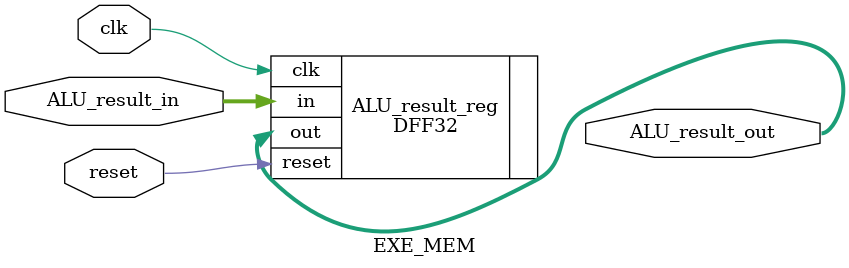
<source format=v>
`timescale 1ns / 1ps

module EXE_MEM(
    input clk,
    input reset,
    input [31:0] ALU_result_in,
    output [31:0] ALU_result_out
    );

    DFF32 ALU_result_reg(
        .clk(clk), .reset(reset), 
        .in(ALU_result_in),
        .out(ALU_result_out)
    );

endmodule
</source>
